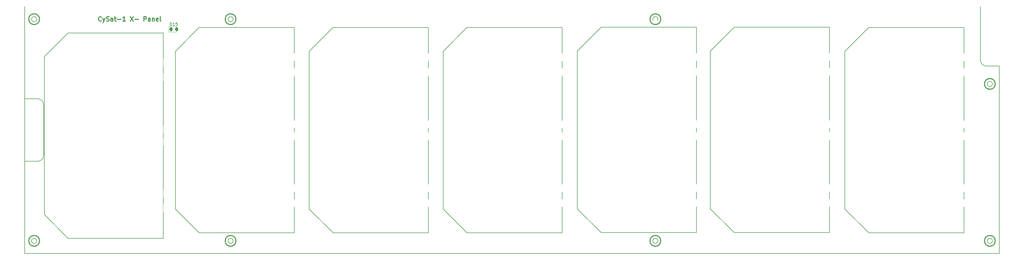
<source format=gto>
G04 #@! TF.GenerationSoftware,KiCad,Pcbnew,(6.0.4-0)*
G04 #@! TF.CreationDate,2022-06-29T10:28:42-05:00*
G04 #@! TF.ProjectId,X-,582d2e6b-6963-4616-945f-706362585858,4*
G04 #@! TF.SameCoordinates,Original*
G04 #@! TF.FileFunction,Legend,Top*
G04 #@! TF.FilePolarity,Positive*
%FSLAX46Y46*%
G04 Gerber Fmt 4.6, Leading zero omitted, Abs format (unit mm)*
G04 Created by KiCad (PCBNEW (6.0.4-0)) date 2022-06-29 10:28:42*
%MOMM*%
%LPD*%
G01*
G04 APERTURE LIST*
G04 Aperture macros list*
%AMRoundRect*
0 Rectangle with rounded corners*
0 $1 Rounding radius*
0 $2 $3 $4 $5 $6 $7 $8 $9 X,Y pos of 4 corners*
0 Add a 4 corners polygon primitive as box body*
4,1,4,$2,$3,$4,$5,$6,$7,$8,$9,$2,$3,0*
0 Add four circle primitives for the rounded corners*
1,1,$1+$1,$2,$3*
1,1,$1+$1,$4,$5*
1,1,$1+$1,$6,$7*
1,1,$1+$1,$8,$9*
0 Add four rect primitives between the rounded corners*
20,1,$1+$1,$2,$3,$4,$5,0*
20,1,$1+$1,$4,$5,$6,$7,0*
20,1,$1+$1,$6,$7,$8,$9,0*
20,1,$1+$1,$8,$9,$2,$3,0*%
G04 Aperture macros list end*
%ADD10C,0.200000*%
%ADD11C,0.300000*%
%ADD12C,0.150000*%
%ADD13C,0.120000*%
%ADD14RoundRect,0.243750X-0.243750X-0.456250X0.243750X-0.456250X0.243750X0.456250X-0.243750X0.456250X0*%
%ADD15R,25.400000X58.420000*%
%ADD16R,2.500000X2.500000*%
G04 APERTURE END LIST*
D10*
X376543287Y-126799434D02*
G75*
G03*
X376596555Y-127663828I775213J-386066D01*
G01*
X122925494Y-180368522D02*
G75*
G03*
X122925509Y-179502504I-749994J433022D01*
G01*
X57033120Y-179886375D02*
G75*
G03*
X56558265Y-179162154I-864620J-49125D01*
G01*
X380493509Y-121185517D02*
X380493509Y-184185517D01*
X265673495Y-105002513D02*
G75*
G03*
X264923510Y-104569492I-749995J-432987D01*
G01*
X122925495Y-179502513D02*
G75*
G03*
X122175510Y-179069492I-749995J-432987D01*
G01*
X52993524Y-153185517D02*
X57343501Y-153185517D01*
X379218509Y-179935517D02*
G75*
G03*
X379218509Y-179935517I-1900000J0D01*
G01*
X122925494Y-105868522D02*
G75*
G03*
X122925509Y-105002504I-749994J433022D01*
G01*
X56103537Y-104571930D02*
G75*
G03*
X55388137Y-105059992I64963J-863570D01*
G01*
X264923509Y-104569491D02*
G75*
G03*
X264173509Y-105002504I-9J-866009D01*
G01*
X59343505Y-134185510D02*
X59343505Y-151185517D01*
X122175509Y-179069491D02*
G75*
G03*
X121425509Y-179502504I-9J-866009D01*
G01*
X264173495Y-179502497D02*
G75*
G03*
X264173510Y-180368530I750005J-433003D01*
G01*
X122175509Y-180801543D02*
G75*
G03*
X122925510Y-180368530I-9J866043D01*
G01*
X264923509Y-180801543D02*
G75*
G03*
X265673510Y-180368530I-9J866043D01*
G01*
X266823509Y-105435517D02*
G75*
G03*
X266823509Y-105435517I-1900000J0D01*
G01*
X121425495Y-105002497D02*
G75*
G03*
X121425510Y-105868530I750005J-433003D01*
G01*
X123885509Y-105435517D02*
G75*
G03*
X123885509Y-105435517I-1710000J0D01*
G01*
X122175509Y-106301543D02*
G75*
G03*
X122925510Y-105868530I-9J866043D01*
G01*
X58068509Y-105435517D02*
G75*
G03*
X58068509Y-105435517I-1900000J0D01*
G01*
X56883897Y-104947466D02*
G75*
G03*
X56103537Y-104571932I-715397J-488034D01*
G01*
X56643377Y-180659727D02*
G75*
G03*
X57033139Y-179886374I-474877J724227D01*
G01*
X264173495Y-180368538D02*
G75*
G03*
X264923509Y-180801543I750005J433038D01*
G01*
X266633509Y-179935517D02*
G75*
G03*
X266633509Y-179935517I-1710000J0D01*
G01*
X55388121Y-105059985D02*
G75*
G03*
X55453110Y-105923577I780379J-375515D01*
G01*
X123885509Y-179935517D02*
G75*
G03*
X123885509Y-179935517I-1710000J0D01*
G01*
X52993524Y-132185510D02*
X57343501Y-132185510D01*
X377062755Y-180762922D02*
G75*
G03*
X377907182Y-180570705I255745J827422D01*
G01*
X57878509Y-179935517D02*
G75*
G03*
X57878509Y-179935517I-1710000J0D01*
G01*
X55778749Y-180708888D02*
G75*
G03*
X56643383Y-180659737I389751J773388D01*
G01*
X378040451Y-126707215D02*
G75*
G03*
X377265257Y-126321130I-721951J-478285D01*
G01*
X55303861Y-179984661D02*
G75*
G03*
X55778754Y-180708879I864639J49161D01*
G01*
X52993524Y-132185517D02*
X52993524Y-153185517D01*
X378093700Y-127571585D02*
G75*
G03*
X378040464Y-126707206I-775200J386085D01*
G01*
X57343509Y-153185509D02*
G75*
G03*
X59343509Y-151185517I-9J2000009D01*
G01*
X377371761Y-128049902D02*
G75*
G03*
X378093716Y-127571593I-53261J864402D01*
G01*
X122925495Y-105002513D02*
G75*
G03*
X122175510Y-104569492I-749995J-432987D01*
G01*
X376729827Y-179300319D02*
G75*
G03*
X376474084Y-180127729I588673J-635181D01*
G01*
X55453097Y-105923586D02*
G75*
G03*
X56233482Y-106299102I715403J488086D01*
G01*
X265673494Y-105868522D02*
G75*
G03*
X265673509Y-105002504I-749994J433022D01*
G01*
X376596542Y-127663836D02*
G75*
G03*
X377371761Y-128049903I721958J478336D01*
G01*
X121425495Y-179502497D02*
G75*
G03*
X121425510Y-180368530I750005J-433003D01*
G01*
X52993524Y-184185517D02*
X52993524Y-153185517D01*
X58068509Y-179935517D02*
G75*
G03*
X58068509Y-179935517I-1900000J0D01*
G01*
X374143483Y-119185517D02*
G75*
G03*
X376143509Y-121185517I2000017J17D01*
G01*
X264173495Y-105002497D02*
G75*
G03*
X264173510Y-105868530I750005J-433003D01*
G01*
X266633509Y-105435517D02*
G75*
G03*
X266633509Y-105435517I-1710000J0D01*
G01*
X121425495Y-105868538D02*
G75*
G03*
X122175509Y-106301543I750005J433038D01*
G01*
X377574261Y-179108122D02*
G75*
G03*
X376729836Y-179300328I-255761J-827378D01*
G01*
X264923509Y-179069491D02*
G75*
G03*
X264173509Y-179502504I-9J-866009D01*
G01*
X121425495Y-180368538D02*
G75*
G03*
X122175509Y-180801543I750005J433038D01*
G01*
X380493509Y-121185517D02*
X376143509Y-121185517D01*
X56233482Y-106299100D02*
G75*
G03*
X56948882Y-105811041I-64982J863600D01*
G01*
X122175509Y-104569491D02*
G75*
G03*
X121425509Y-105002504I-9J-866009D01*
G01*
X380493509Y-184185517D02*
X52993524Y-184185517D01*
X374143510Y-101185518D02*
X374143510Y-119185517D01*
X266823509Y-179935517D02*
G75*
G03*
X266823509Y-179935517I-1900000J0D01*
G01*
X59343491Y-134185509D02*
G75*
G03*
X57343509Y-132185509I-1999991J9D01*
G01*
X378162917Y-179743310D02*
G75*
G03*
X377574262Y-179108117I-844417J-192190D01*
G01*
X376474065Y-180127733D02*
G75*
G03*
X377062757Y-180762917I844435J192233D01*
G01*
X56948866Y-105811034D02*
G75*
G03*
X56883910Y-104947457I-780366J375534D01*
G01*
X124075509Y-105435517D02*
G75*
G03*
X124075509Y-105435517I-1900000J0D01*
G01*
X377265258Y-126321129D02*
G75*
G03*
X376543303Y-126799441I53242J-864371D01*
G01*
X265673494Y-180368522D02*
G75*
G03*
X265673509Y-179502504I-749994J433022D01*
G01*
X124075509Y-179935517D02*
G75*
G03*
X124075509Y-179935517I-1900000J0D01*
G01*
X56558263Y-179162161D02*
G75*
G03*
X55693635Y-179211296I-389763J-773339D01*
G01*
X379218509Y-127185517D02*
G75*
G03*
X379218509Y-127185517I-1900000J0D01*
G01*
X55693630Y-179211288D02*
G75*
G03*
X55303880Y-179984659I474870J-724212D01*
G01*
X377907174Y-180570695D02*
G75*
G03*
X378162935Y-179743304I-588674J635195D01*
G01*
X379028509Y-127185517D02*
G75*
G03*
X379028509Y-127185517I-1710000J0D01*
G01*
X57878509Y-105435517D02*
G75*
G03*
X57878509Y-105435517I-1710000J0D01*
G01*
X52993524Y-132185510D02*
X52993524Y-101185518D01*
X265673495Y-179502513D02*
G75*
G03*
X264923510Y-179069492I-749995J-432987D01*
G01*
X379028509Y-179935517D02*
G75*
G03*
X379028509Y-179935517I-1710000J0D01*
G01*
D11*
X78765000Y-105945714D02*
X78693571Y-106017142D01*
X78479285Y-106088571D01*
X78336428Y-106088571D01*
X78122142Y-106017142D01*
X77979285Y-105874285D01*
X77907857Y-105731428D01*
X77836428Y-105445714D01*
X77836428Y-105231428D01*
X77907857Y-104945714D01*
X77979285Y-104802857D01*
X78122142Y-104660000D01*
X78336428Y-104588571D01*
X78479285Y-104588571D01*
X78693571Y-104660000D01*
X78765000Y-104731428D01*
X79265000Y-105088571D02*
X79622142Y-106088571D01*
X79979285Y-105088571D02*
X79622142Y-106088571D01*
X79479285Y-106445714D01*
X79407857Y-106517142D01*
X79265000Y-106588571D01*
X80479285Y-106017142D02*
X80693571Y-106088571D01*
X81050714Y-106088571D01*
X81193571Y-106017142D01*
X81265000Y-105945714D01*
X81336428Y-105802857D01*
X81336428Y-105660000D01*
X81265000Y-105517142D01*
X81193571Y-105445714D01*
X81050714Y-105374285D01*
X80765000Y-105302857D01*
X80622142Y-105231428D01*
X80550714Y-105160000D01*
X80479285Y-105017142D01*
X80479285Y-104874285D01*
X80550714Y-104731428D01*
X80622142Y-104660000D01*
X80765000Y-104588571D01*
X81122142Y-104588571D01*
X81336428Y-104660000D01*
X82622142Y-106088571D02*
X82622142Y-105302857D01*
X82550714Y-105160000D01*
X82407857Y-105088571D01*
X82122142Y-105088571D01*
X81979285Y-105160000D01*
X82622142Y-106017142D02*
X82479285Y-106088571D01*
X82122142Y-106088571D01*
X81979285Y-106017142D01*
X81907857Y-105874285D01*
X81907857Y-105731428D01*
X81979285Y-105588571D01*
X82122142Y-105517142D01*
X82479285Y-105517142D01*
X82622142Y-105445714D01*
X83122142Y-105088571D02*
X83693571Y-105088571D01*
X83336428Y-104588571D02*
X83336428Y-105874285D01*
X83407857Y-106017142D01*
X83550714Y-106088571D01*
X83693571Y-106088571D01*
X84193571Y-105517142D02*
X85336428Y-105517142D01*
X86836428Y-106088571D02*
X85979285Y-106088571D01*
X86407857Y-106088571D02*
X86407857Y-104588571D01*
X86265000Y-104802857D01*
X86122142Y-104945714D01*
X85979285Y-105017142D01*
X88479285Y-104588571D02*
X89479285Y-106088571D01*
X89479285Y-104588571D02*
X88479285Y-106088571D01*
X90050714Y-105517142D02*
X91193571Y-105517142D01*
X93050714Y-106088571D02*
X93050714Y-104588571D01*
X93622142Y-104588571D01*
X93765000Y-104660000D01*
X93836428Y-104731428D01*
X93907857Y-104874285D01*
X93907857Y-105088571D01*
X93836428Y-105231428D01*
X93765000Y-105302857D01*
X93622142Y-105374285D01*
X93050714Y-105374285D01*
X95193571Y-106088571D02*
X95193571Y-105302857D01*
X95122142Y-105160000D01*
X94979285Y-105088571D01*
X94693571Y-105088571D01*
X94550714Y-105160000D01*
X95193571Y-106017142D02*
X95050714Y-106088571D01*
X94693571Y-106088571D01*
X94550714Y-106017142D01*
X94479285Y-105874285D01*
X94479285Y-105731428D01*
X94550714Y-105588571D01*
X94693571Y-105517142D01*
X95050714Y-105517142D01*
X95193571Y-105445714D01*
X95907857Y-105088571D02*
X95907857Y-106088571D01*
X95907857Y-105231428D02*
X95979285Y-105160000D01*
X96122142Y-105088571D01*
X96336428Y-105088571D01*
X96479285Y-105160000D01*
X96550714Y-105302857D01*
X96550714Y-106088571D01*
X97836428Y-106017142D02*
X97693571Y-106088571D01*
X97407857Y-106088571D01*
X97265000Y-106017142D01*
X97193571Y-105874285D01*
X97193571Y-105302857D01*
X97265000Y-105160000D01*
X97407857Y-105088571D01*
X97693571Y-105088571D01*
X97836428Y-105160000D01*
X97907857Y-105302857D01*
X97907857Y-105445714D01*
X97193571Y-105588571D01*
X98765000Y-106088571D02*
X98622142Y-106017142D01*
X98550714Y-105874285D01*
X98550714Y-104588571D01*
D12*
X101885714Y-107602380D02*
X101885714Y-106602380D01*
X102123809Y-106602380D01*
X102266666Y-106650000D01*
X102361904Y-106745238D01*
X102409523Y-106840476D01*
X102457142Y-107030952D01*
X102457142Y-107173809D01*
X102409523Y-107364285D01*
X102361904Y-107459523D01*
X102266666Y-107554761D01*
X102123809Y-107602380D01*
X101885714Y-107602380D01*
X103409523Y-107602380D02*
X102838095Y-107602380D01*
X103123809Y-107602380D02*
X103123809Y-106602380D01*
X103028571Y-106745238D01*
X102933333Y-106840476D01*
X102838095Y-106888095D01*
X104314285Y-106602380D02*
X103838095Y-106602380D01*
X103790476Y-107078571D01*
X103838095Y-107030952D01*
X103933333Y-106983333D01*
X104171428Y-106983333D01*
X104266666Y-107030952D01*
X104314285Y-107078571D01*
X104361904Y-107173809D01*
X104361904Y-107411904D01*
X104314285Y-107507142D01*
X104266666Y-107554761D01*
X104171428Y-107602380D01*
X103933333Y-107602380D01*
X103838095Y-107554761D01*
X103790476Y-107507142D01*
X80204761Y-144761904D02*
X80252380Y-144619047D01*
X80252380Y-144380952D01*
X80204761Y-144285714D01*
X80157142Y-144238095D01*
X80061904Y-144190476D01*
X79966666Y-144190476D01*
X79871428Y-144238095D01*
X79823809Y-144285714D01*
X79776190Y-144380952D01*
X79728571Y-144571428D01*
X79680952Y-144666666D01*
X79633333Y-144714285D01*
X79538095Y-144761904D01*
X79442857Y-144761904D01*
X79347619Y-144714285D01*
X79300000Y-144666666D01*
X79252380Y-144571428D01*
X79252380Y-144333333D01*
X79300000Y-144190476D01*
X80157142Y-143190476D02*
X80204761Y-143238095D01*
X80252380Y-143380952D01*
X80252380Y-143476190D01*
X80204761Y-143619047D01*
X80109523Y-143714285D01*
X80014285Y-143761904D01*
X79823809Y-143809523D01*
X79680952Y-143809523D01*
X79490476Y-143761904D01*
X79395238Y-143714285D01*
X79300000Y-143619047D01*
X79252380Y-143476190D01*
X79252380Y-143380952D01*
X79300000Y-143238095D01*
X79347619Y-143190476D01*
X80252380Y-142238095D02*
X80252380Y-142809523D01*
X80252380Y-142523809D02*
X79252380Y-142523809D01*
X79395238Y-142619047D01*
X79490476Y-142714285D01*
X79538095Y-142809523D01*
X124204761Y-142961904D02*
X124252380Y-142819047D01*
X124252380Y-142580952D01*
X124204761Y-142485714D01*
X124157142Y-142438095D01*
X124061904Y-142390476D01*
X123966666Y-142390476D01*
X123871428Y-142438095D01*
X123823809Y-142485714D01*
X123776190Y-142580952D01*
X123728571Y-142771428D01*
X123680952Y-142866666D01*
X123633333Y-142914285D01*
X123538095Y-142961904D01*
X123442857Y-142961904D01*
X123347619Y-142914285D01*
X123300000Y-142866666D01*
X123252380Y-142771428D01*
X123252380Y-142533333D01*
X123300000Y-142390476D01*
X124157142Y-141390476D02*
X124204761Y-141438095D01*
X124252380Y-141580952D01*
X124252380Y-141676190D01*
X124204761Y-141819047D01*
X124109523Y-141914285D01*
X124014285Y-141961904D01*
X123823809Y-142009523D01*
X123680952Y-142009523D01*
X123490476Y-141961904D01*
X123395238Y-141914285D01*
X123300000Y-141819047D01*
X123252380Y-141676190D01*
X123252380Y-141580952D01*
X123300000Y-141438095D01*
X123347619Y-141390476D01*
X123347619Y-141009523D02*
X123300000Y-140961904D01*
X123252380Y-140866666D01*
X123252380Y-140628571D01*
X123300000Y-140533333D01*
X123347619Y-140485714D01*
X123442857Y-140438095D01*
X123538095Y-140438095D01*
X123680952Y-140485714D01*
X124252380Y-141057142D01*
X124252380Y-140438095D01*
X169204761Y-142961904D02*
X169252380Y-142819047D01*
X169252380Y-142580952D01*
X169204761Y-142485714D01*
X169157142Y-142438095D01*
X169061904Y-142390476D01*
X168966666Y-142390476D01*
X168871428Y-142438095D01*
X168823809Y-142485714D01*
X168776190Y-142580952D01*
X168728571Y-142771428D01*
X168680952Y-142866666D01*
X168633333Y-142914285D01*
X168538095Y-142961904D01*
X168442857Y-142961904D01*
X168347619Y-142914285D01*
X168300000Y-142866666D01*
X168252380Y-142771428D01*
X168252380Y-142533333D01*
X168300000Y-142390476D01*
X169157142Y-141390476D02*
X169204761Y-141438095D01*
X169252380Y-141580952D01*
X169252380Y-141676190D01*
X169204761Y-141819047D01*
X169109523Y-141914285D01*
X169014285Y-141961904D01*
X168823809Y-142009523D01*
X168680952Y-142009523D01*
X168490476Y-141961904D01*
X168395238Y-141914285D01*
X168300000Y-141819047D01*
X168252380Y-141676190D01*
X168252380Y-141580952D01*
X168300000Y-141438095D01*
X168347619Y-141390476D01*
X168252380Y-141057142D02*
X168252380Y-140438095D01*
X168633333Y-140771428D01*
X168633333Y-140628571D01*
X168680952Y-140533333D01*
X168728571Y-140485714D01*
X168823809Y-140438095D01*
X169061904Y-140438095D01*
X169157142Y-140485714D01*
X169204761Y-140533333D01*
X169252380Y-140628571D01*
X169252380Y-140914285D01*
X169204761Y-141009523D01*
X169157142Y-141057142D01*
X349204761Y-142961904D02*
X349252380Y-142819047D01*
X349252380Y-142580952D01*
X349204761Y-142485714D01*
X349157142Y-142438095D01*
X349061904Y-142390476D01*
X348966666Y-142390476D01*
X348871428Y-142438095D01*
X348823809Y-142485714D01*
X348776190Y-142580952D01*
X348728571Y-142771428D01*
X348680952Y-142866666D01*
X348633333Y-142914285D01*
X348538095Y-142961904D01*
X348442857Y-142961904D01*
X348347619Y-142914285D01*
X348300000Y-142866666D01*
X348252380Y-142771428D01*
X348252380Y-142533333D01*
X348300000Y-142390476D01*
X349157142Y-141390476D02*
X349204761Y-141438095D01*
X349252380Y-141580952D01*
X349252380Y-141676190D01*
X349204761Y-141819047D01*
X349109523Y-141914285D01*
X349014285Y-141961904D01*
X348823809Y-142009523D01*
X348680952Y-142009523D01*
X348490476Y-141961904D01*
X348395238Y-141914285D01*
X348300000Y-141819047D01*
X348252380Y-141676190D01*
X348252380Y-141580952D01*
X348300000Y-141438095D01*
X348347619Y-141390476D01*
X348585714Y-140533333D02*
X349252380Y-140533333D01*
X348204761Y-140771428D02*
X348919047Y-141009523D01*
X348919047Y-140390476D01*
X214204761Y-142961904D02*
X214252380Y-142819047D01*
X214252380Y-142580952D01*
X214204761Y-142485714D01*
X214157142Y-142438095D01*
X214061904Y-142390476D01*
X213966666Y-142390476D01*
X213871428Y-142438095D01*
X213823809Y-142485714D01*
X213776190Y-142580952D01*
X213728571Y-142771428D01*
X213680952Y-142866666D01*
X213633333Y-142914285D01*
X213538095Y-142961904D01*
X213442857Y-142961904D01*
X213347619Y-142914285D01*
X213300000Y-142866666D01*
X213252380Y-142771428D01*
X213252380Y-142533333D01*
X213300000Y-142390476D01*
X214157142Y-141390476D02*
X214204761Y-141438095D01*
X214252380Y-141580952D01*
X214252380Y-141676190D01*
X214204761Y-141819047D01*
X214109523Y-141914285D01*
X214014285Y-141961904D01*
X213823809Y-142009523D01*
X213680952Y-142009523D01*
X213490476Y-141961904D01*
X213395238Y-141914285D01*
X213300000Y-141819047D01*
X213252380Y-141676190D01*
X213252380Y-141580952D01*
X213300000Y-141438095D01*
X213347619Y-141390476D01*
X213252380Y-140485714D02*
X213252380Y-140961904D01*
X213728571Y-141009523D01*
X213680952Y-140961904D01*
X213633333Y-140866666D01*
X213633333Y-140628571D01*
X213680952Y-140533333D01*
X213728571Y-140485714D01*
X213823809Y-140438095D01*
X214061904Y-140438095D01*
X214157142Y-140485714D01*
X214204761Y-140533333D01*
X214252380Y-140628571D01*
X214252380Y-140866666D01*
X214204761Y-140961904D01*
X214157142Y-141009523D01*
X304004761Y-142861904D02*
X304052380Y-142719047D01*
X304052380Y-142480952D01*
X304004761Y-142385714D01*
X303957142Y-142338095D01*
X303861904Y-142290476D01*
X303766666Y-142290476D01*
X303671428Y-142338095D01*
X303623809Y-142385714D01*
X303576190Y-142480952D01*
X303528571Y-142671428D01*
X303480952Y-142766666D01*
X303433333Y-142814285D01*
X303338095Y-142861904D01*
X303242857Y-142861904D01*
X303147619Y-142814285D01*
X303100000Y-142766666D01*
X303052380Y-142671428D01*
X303052380Y-142433333D01*
X303100000Y-142290476D01*
X303957142Y-141290476D02*
X304004761Y-141338095D01*
X304052380Y-141480952D01*
X304052380Y-141576190D01*
X304004761Y-141719047D01*
X303909523Y-141814285D01*
X303814285Y-141861904D01*
X303623809Y-141909523D01*
X303480952Y-141909523D01*
X303290476Y-141861904D01*
X303195238Y-141814285D01*
X303100000Y-141719047D01*
X303052380Y-141576190D01*
X303052380Y-141480952D01*
X303100000Y-141338095D01*
X303147619Y-141290476D01*
X303052380Y-140433333D02*
X303052380Y-140623809D01*
X303100000Y-140719047D01*
X303147619Y-140766666D01*
X303290476Y-140861904D01*
X303480952Y-140909523D01*
X303861904Y-140909523D01*
X303957142Y-140861904D01*
X304004761Y-140814285D01*
X304052380Y-140719047D01*
X304052380Y-140528571D01*
X304004761Y-140433333D01*
X303957142Y-140385714D01*
X303861904Y-140338095D01*
X303623809Y-140338095D01*
X303528571Y-140385714D01*
X303480952Y-140433333D01*
X303433333Y-140528571D01*
X303433333Y-140719047D01*
X303480952Y-140814285D01*
X303528571Y-140861904D01*
X303623809Y-140909523D01*
X259304761Y-142861904D02*
X259352380Y-142719047D01*
X259352380Y-142480952D01*
X259304761Y-142385714D01*
X259257142Y-142338095D01*
X259161904Y-142290476D01*
X259066666Y-142290476D01*
X258971428Y-142338095D01*
X258923809Y-142385714D01*
X258876190Y-142480952D01*
X258828571Y-142671428D01*
X258780952Y-142766666D01*
X258733333Y-142814285D01*
X258638095Y-142861904D01*
X258542857Y-142861904D01*
X258447619Y-142814285D01*
X258400000Y-142766666D01*
X258352380Y-142671428D01*
X258352380Y-142433333D01*
X258400000Y-142290476D01*
X259257142Y-141290476D02*
X259304761Y-141338095D01*
X259352380Y-141480952D01*
X259352380Y-141576190D01*
X259304761Y-141719047D01*
X259209523Y-141814285D01*
X259114285Y-141861904D01*
X258923809Y-141909523D01*
X258780952Y-141909523D01*
X258590476Y-141861904D01*
X258495238Y-141814285D01*
X258400000Y-141719047D01*
X258352380Y-141576190D01*
X258352380Y-141480952D01*
X258400000Y-141338095D01*
X258447619Y-141290476D01*
X258352380Y-140957142D02*
X258352380Y-140290476D01*
X259352380Y-140719047D01*
D13*
X104100000Y-107840000D02*
X101415000Y-107840000D01*
X101415000Y-109760000D02*
X104100000Y-109760000D01*
X101415000Y-107840000D02*
X101415000Y-109760000D01*
D10*
X99600000Y-179060000D02*
X67600000Y-179060000D01*
X59600000Y-171060000D02*
X59600000Y-118060000D01*
X59600000Y-118060000D02*
X67600000Y-110060000D01*
X67600000Y-179060000D02*
X59600000Y-171060000D01*
X99600000Y-110060000D02*
X99600000Y-179060000D01*
X67600000Y-110060000D02*
X99600000Y-110060000D01*
X143600000Y-177260000D02*
X111600000Y-177260000D01*
X103600000Y-116260000D02*
X111600000Y-108260000D01*
X111600000Y-108260000D02*
X143600000Y-108260000D01*
X143600000Y-108260000D02*
X143600000Y-177260000D01*
X103600000Y-169260000D02*
X103600000Y-116260000D01*
X111600000Y-177260000D02*
X103600000Y-169260000D01*
X148600000Y-116260000D02*
X156600000Y-108260000D01*
X156600000Y-177260000D02*
X148600000Y-169260000D01*
X188600000Y-177260000D02*
X156600000Y-177260000D01*
X188600000Y-108260000D02*
X188600000Y-177260000D01*
X148600000Y-169260000D02*
X148600000Y-116260000D01*
X156600000Y-108260000D02*
X188600000Y-108260000D01*
X328600000Y-169260000D02*
X328600000Y-116260000D01*
X368600000Y-108260000D02*
X368600000Y-177260000D01*
X336600000Y-177260000D02*
X328600000Y-169260000D01*
X336600000Y-108260000D02*
X368600000Y-108260000D01*
X368600000Y-177260000D02*
X336600000Y-177260000D01*
X328600000Y-116260000D02*
X336600000Y-108260000D01*
X201600000Y-108260000D02*
X233600000Y-108260000D01*
X193600000Y-116260000D02*
X201600000Y-108260000D01*
X233600000Y-177260000D02*
X201600000Y-177260000D01*
X193600000Y-169260000D02*
X193600000Y-116260000D01*
X233600000Y-108260000D02*
X233600000Y-177260000D01*
X201600000Y-177260000D02*
X193600000Y-169260000D01*
X323400000Y-108160000D02*
X323400000Y-177160000D01*
X291400000Y-108160000D02*
X323400000Y-108160000D01*
X323400000Y-177160000D02*
X291400000Y-177160000D01*
X283400000Y-169160000D02*
X283400000Y-116160000D01*
X291400000Y-177160000D02*
X283400000Y-169160000D01*
X283400000Y-116160000D02*
X291400000Y-108160000D01*
X246700000Y-177160000D02*
X238700000Y-169160000D01*
X238700000Y-169160000D02*
X238700000Y-116160000D01*
X246700000Y-108160000D02*
X278700000Y-108160000D01*
X278700000Y-177160000D02*
X246700000Y-177160000D01*
X278700000Y-108160000D02*
X278700000Y-177160000D01*
X238700000Y-116160000D02*
X246700000Y-108160000D01*
%LPC*%
D14*
X102162500Y-108800000D03*
X104037500Y-108800000D03*
D15*
X80300000Y-144770000D03*
D16*
X100800000Y-169020000D03*
X100800000Y-125020000D03*
X100800000Y-164020000D03*
X100800000Y-120020000D03*
X100800000Y-142620000D03*
X100800000Y-146620000D03*
D15*
X124300000Y-142970000D03*
D16*
X144800000Y-118220000D03*
X144800000Y-162220000D03*
X144800000Y-123220000D03*
X144800000Y-167220000D03*
X144800000Y-144820000D03*
X144800000Y-140820000D03*
D15*
X169300000Y-142970000D03*
D16*
X189800000Y-118220000D03*
X189800000Y-123220000D03*
X189800000Y-162220000D03*
X189800000Y-167220000D03*
X189800000Y-140820000D03*
X189800000Y-144820000D03*
D15*
X349300000Y-142970000D03*
D16*
X369800000Y-167220000D03*
X369800000Y-123220000D03*
X369800000Y-162220000D03*
X369800000Y-118220000D03*
X369800000Y-140820000D03*
X369800000Y-144820000D03*
D15*
X214300000Y-142970000D03*
D16*
X234800000Y-167220000D03*
X234800000Y-123220000D03*
X234800000Y-118220000D03*
X234800000Y-162220000D03*
X234800000Y-144820000D03*
X234800000Y-140820000D03*
D15*
X304100000Y-142870000D03*
D16*
X324600000Y-123120000D03*
X324600000Y-167120000D03*
X324600000Y-162120000D03*
X324600000Y-118120000D03*
X324600000Y-144720000D03*
X324600000Y-140720000D03*
D15*
X259400000Y-142870000D03*
D16*
X279900000Y-162120000D03*
X279900000Y-118120000D03*
X279900000Y-123120000D03*
X279900000Y-167120000D03*
X279900000Y-140720000D03*
X279900000Y-144720000D03*
M02*

</source>
